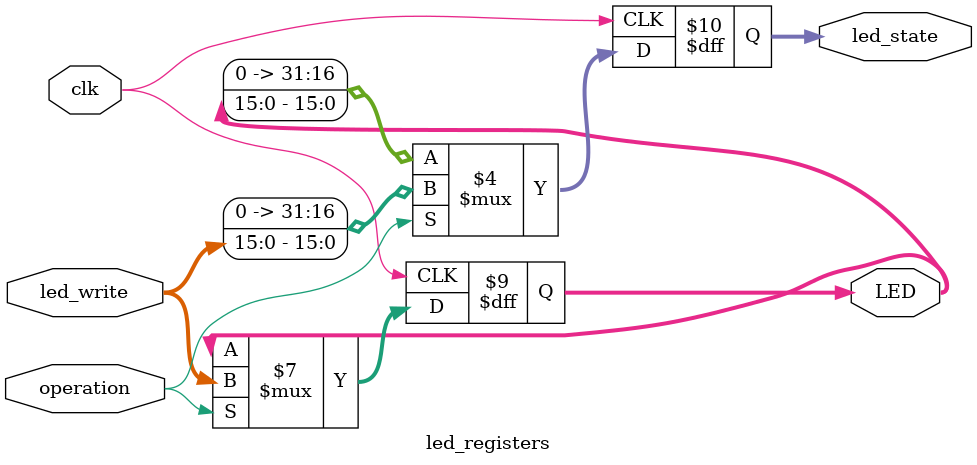
<source format=v>
`timescale 1ns / 1ps


module led_registers(
    input wire clk,
    input wire operation,
    input wire [15:0] led_write,
    output reg [15:0] LED,
    output reg [31:0] led_state
    );
    
    always@(posedge clk) begin
        if(operation == 0) begin
            led_state <= LED;
        end
        else begin
            LED <= led_write;
            led_state <= led_write;
        end 
    end
endmodule

</source>
